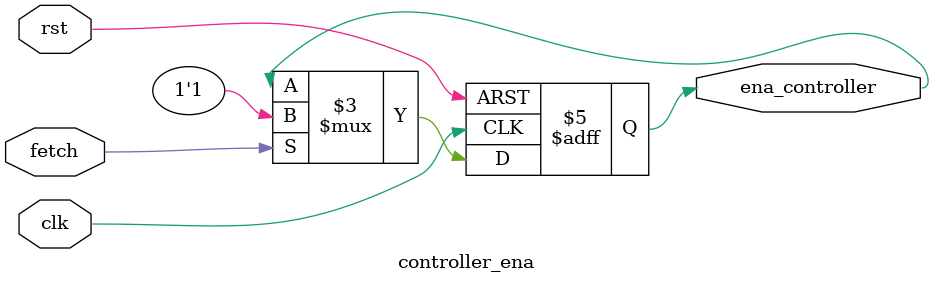
<source format=v>
    module controller_ena(
                  clk,
                  rst,
                fetch,
              ena_controller
            );

      input clk,rst,fetch;
      output ena_controller;
      reg ena_controller;

     always@(posedge clk or negedge rst)
       begin
      if(!rst)
       ena_controller<=0;
     else 
      if(fetch)
      ena_controller<=1;
    end  

    endmodule 
</source>
